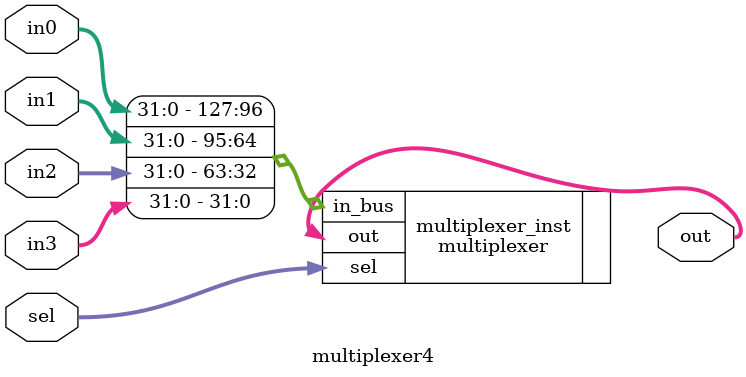
<source format=sv>
module multiplexer4 #(
	parameter WIDTH = 32
) (
	input  logic       [1:0] sel,
	input  logic [WIDTH-1:0] in0,
	input  logic [WIDTH-1:0] in1,
	input  logic [WIDTH-1:0] in2,
	input  logic [WIDTH-1:0] in3,
	output logic [WIDTH-1:0] out
);

	multiplexer #(.WIDTH(WIDTH), .CHANNELS(4)) multiplexer_inst (
		.sel(sel),
		.in_bus({in0, in1, in2, in3}),
		.out(out)
	);
	
endmodule
</source>
